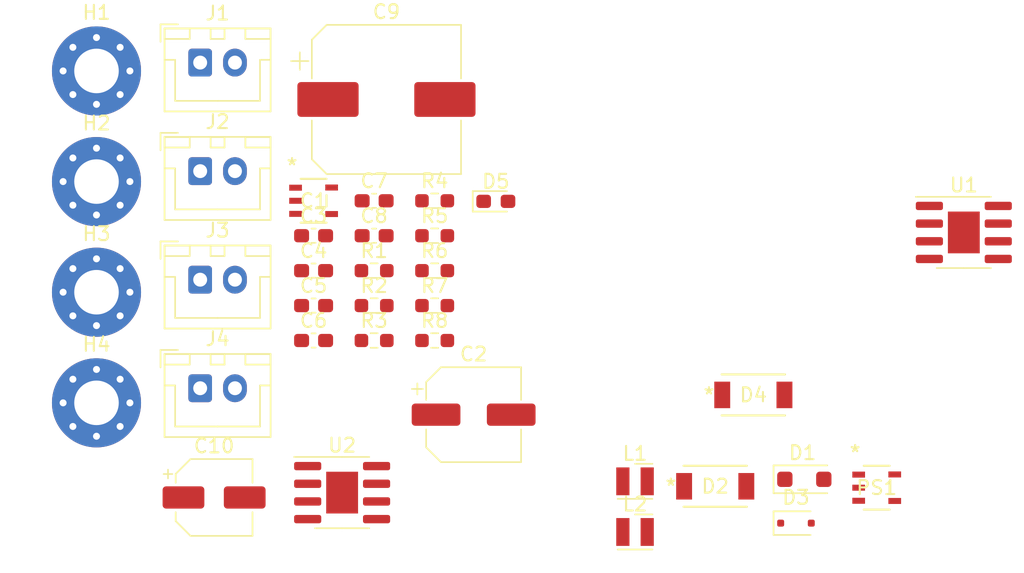
<source format=kicad_pcb>
(kicad_pcb (version 20221018) (generator pcbnew)
  (layers (0 "F.Cu" signal) (31 "B.Cu" signal) (34 "B.Paste" user) (35 "F.Paste" user) (36 "B.SilkS" user "B.Silkscreen") (37 "F.SilkS" user "F.Silkscreen") (38 "B.Mask" user) (39 "F.Mask" user) (44 "Edge.Cuts" user))
  (net 0 "")
  (net 1 "Net-(D3-K)")
  (net 2 "Net-(D3-A)")
  (net 3 "Routeur")
  (net 4 "Net-(U2-FB)")
  (net 5 "Net-(C8-Pad2)")
  (net 6 "Net-(U2-COMP)")
  (net 8 "GND")
  (net 9 "Net-(D2-A)")
  (net 10 "+5V")
  (net 11 "+15V")
  (net 12 "Net-(D1-K)")
  (net 13 "Net-(C4-Pad1)")
  (net 14 "+3.3V")
  (net 15 "Net-(D5-A)")
  (net 16 "Net-(U1-COMP)")
  (net 17 "Net-(U1-FB)")
  (net 18 "Net-(D4-A)")
  (footprint "Diode_SMD:D_SOD-323F" (layer "F.Cu") (at 155.4634 77.7945)
    (fp_text reference "D3" (at 0 -1.85) (layer "F.SilkS"))
    (fp_text value "1N4148")
    (fp_line (start -1.61 -0.85) (end -1.61 0.85) (stroke (width 0.12)) (layer "F.SilkS"))
    (fp_line (start -1.61 -0.85) (end 1.05 -0.85) (stroke (width 0.12)) (layer "F.SilkS"))
    (fp_line (start -1.61 0.85) (end 1.05 0.85) (stroke (width 0.12)) (layer "F.SilkS"))
    (pad "1" smd roundrect (at -1.1 0) (size 0.5 0.5) (layers "F.Cu" "F.Paste" "F.Mask") (net 1 "Net-(D3-K)"))
    (pad "2" smd roundrect (at 1.1 0) (size 0.5 0.5) (layers "F.Cu" "F.Paste" "F.Mask") (net 2 "Net-(D3-A)"))
  )
  (footprint "Package_SO:SOIC-8-1EP_3.9x4.9mm_P1.27mm_EP2.29x3mm" (layer "F.Cu") (at 167.525 56.905)
    (fp_text reference "U1" (at 0 -3.4) (layer "F.SilkS"))
    (fp_text value "MIC3172YM")
    (fp_line (start 0 -2.56) (end -3.45 -2.56) (stroke (width 0.12)) (layer "F.SilkS"))
    (fp_line (start 0 -2.56) (end 1.95 -2.56) (stroke (width 0.12)) (layer "F.SilkS"))
    (fp_line (start 0 2.56) (end -1.95 2.56) (stroke (width 0.12)) (layer "F.SilkS"))
    (fp_line (start 0 2.56) (end 1.95 2.56) (stroke (width 0.12)) (layer "F.SilkS"))
    (pad "1" smd roundrect (at -2.475 -1.905) (size 1.95 0.6) (layers "F.Cu" "F.Paste" "F.Mask") (net 8 "GND"))
    (pad "2" smd roundrect (at -2.475 -0.635) (size 1.95 0.6) (layers "F.Cu" "F.Paste" "F.Mask") (net 16 "Net-(U1-COMP)"))
    (pad "3" smd roundrect (at -2.475 0.635) (size 1.95 0.6) (layers "F.Cu" "F.Paste" "F.Mask") (net 17 "Net-(U1-FB)"))
    (pad "4" smd roundrect (at -2.475 1.905) (size 1.95 0.6) (layers "F.Cu" "F.Paste" "F.Mask") (net 12 "Net-(D1-K)"))
    (pad "5" smd roundrect (at 2.475 1.905) (size 1.95 0.6) (layers "F.Cu" "F.Paste" "F.Mask") (net 12 "Net-(D1-K)"))
    (pad "6" smd roundrect (at 2.475 0.635) (size 1.95 0.6) (layers "F.Cu" "F.Paste" "F.Mask") (net 8 "GND"))
    (pad "7" smd roundrect (at 2.475 -0.635) (size 1.95 0.6) (layers "F.Cu" "F.Paste" "F.Mask") (net 11 "+15V"))
    (pad "8" smd roundrect (at 2.475 -1.905) (size 1.95 0.6) (layers "F.Cu" "F.Paste" "F.Mask") (net 8 "GND"))
    (pad "9" smd rect (at 0 0) (size 2.29 3) (layers "F.Cu" "F.Mask"))
  )
  (footprint "Inductor_SMD_Wurth:L_Wurth_WE-LQSH-2512" (layer "F.Cu") (at 143.8984 74.7895)
    (fp_text reference "L1" (at 0 -2 unlocked) (layer "F.SilkS"))
    (fp_text value "100 µH")
    (fp_line (start -1.25 1.26) (end 1.25 1.26) (stroke (width 0.12)) (layer "F.SilkS"))
    (fp_line (start 0 -1.26) (end 1.25 -1.26) (stroke (width 0.12)) (layer "F.SilkS"))
    (pad "1" smd rect (at -0.875 0) (size 0.95 2) (layers "F.Cu" "F.Paste" "F.Mask") (net 8 "GND"))
    (pad "2" smd rect (at 0.875 0) (size 0.95 2) (layers "F.Cu" "F.Paste" "F.Mask") (net 10 "+5V"))
  )
  (footprint "Connector_JST:JST_XH_B2B-XH-A_1x02_P2.50mm_Vertical" (layer "F.Cu") (at 112.65 68.1)
    (fp_text reference "J4" (at 1.25 -3.55) (layer "F.SilkS"))
    (fp_text value "Conn_01x02")
    (fp_line (start -2.85 -2.75) (end -2.85 -1.5) (stroke (width 0.12)) (layer "F.SilkS"))
    (fp_line (start -2.56 -2.46) (end -2.56 3.51) (stroke (width 0.12)) (layer "F.SilkS"))
    (fp_line (start -2.56 3.51) (end 5.06 3.51) (stroke (width 0.12)) (layer "F.SilkS"))
    (fp_line (start -2.55 -2.45) (end -2.55 -1.7) (stroke (width 0.12)) (layer "F.SilkS"))
    (fp_line (start -2.55 -1.7) (end -0.75 -1.7) (stroke (width 0.12)) (layer "F.SilkS"))
    (fp_line (start -2.55 -0.2) (end -1.8 -0.2) (stroke (width 0.12)) (layer "F.SilkS"))
    (fp_line (start -1.8 -0.2) (end -1.8 2.75) (stroke (width 0.12)) (layer "F.SilkS"))
    (fp_line (start -1.8 2.75) (end 1.25 2.75) (stroke (width 0.12)) (layer "F.SilkS"))
    (fp_line (start -1.6 -2.75) (end -2.85 -2.75) (stroke (width 0.12)) (layer "F.SilkS"))
    (fp_line (start -0.75 -2.45) (end -2.55 -2.45) (stroke (width 0.12)) (layer "F.SilkS"))
    (fp_line (start -0.75 -1.7) (end -0.75 -2.45) (stroke (width 0.12)) (layer "F.SilkS"))
    (fp_line (start 0.75 -2.45) (end 0.75 -1.7) (stroke (width 0.12)) (layer "F.SilkS"))
    (fp_line (start 0.75 -1.7) (end 1.75 -1.7) (stroke (width 0.12)) (layer "F.SilkS"))
    (fp_line (start 1.75 -2.45) (end 0.75 -2.45) (stroke (width 0.12)) (layer "F.SilkS"))
    (fp_line (start 1.75 -1.7) (end 1.75 -2.45) (stroke (width 0.12)) (layer "F.SilkS"))
    (fp_line (start 3.25 -2.45) (end 3.25 -1.7) (stroke (width 0.12)) (layer "F.SilkS"))
    (fp_line (start 3.25 -1.7) (end 5.05 -1.7) (stroke (width 0.12)) (layer "F.SilkS"))
    (fp_line (start 4.3 -0.2) (end 4.3 2.75) (stroke (width 0.12)) (layer "F.SilkS"))
    (fp_line (start 4.3 2.75) (end 1.25 2.75) (stroke (width 0.12)) (layer "F.SilkS"))
    (fp_line (start 5.05 -2.45) (end 3.25 -2.45) (stroke (width 0.12)) (layer "F.SilkS"))
    (fp_line (start 5.05 -1.7) (end 5.05 -2.45) (stroke (width 0.12)) (layer "F.SilkS"))
    (fp_line (start 5.05 -0.2) (end 4.3 -0.2) (stroke (width 0.12)) (layer "F.SilkS"))
    (fp_line (start 5.06 -2.46) (end -2.56 -2.46) (stroke (width 0.12)) (layer "F.SilkS"))
    (fp_line (start 5.06 3.51) (end 5.06 -2.46) (stroke (width 0.12)) (layer "F.SilkS"))
    (pad "1" thru_hole roundrect (at 0 0) (size 1.7 2) (drill 1) (layers "*.Cu" "*.Mask") (roundrect_rratio 0.147059) (net 8 "GND"))
    (pad "2" thru_hole oval (at 2.5 0) (size 1.7 2) (drill 1) (layers "*.Cu" "*.Mask") (net 11 "+15V"))
  )
  (footprint "Capacitor_SMD:C_0603_1608Metric_Pad1.08x0.95mm_HandSolder" (layer "F.Cu") (at 125.15 57.14)
    (fp_text reference "C8" (at 0 -1.43) (layer "F.SilkS"))
    (fp_text value "1µF")
    (fp_line (start -0.146267 -0.51) (end 0.146267 -0.51) (stroke (width 0.12)) (layer "F.SilkS"))
    (fp_line (start -0.146267 0.51) (end 0.146267 0.51) (stroke (width 0.12)) (layer "F.SilkS"))
    (pad "1" smd roundrect (at -0.8625 0) (size 1.075 0.95) (layers "F.Cu" "F.Paste" "F.Mask") (net 8 "GND"))
    (pad "2" smd roundrect (at 0.8625 0) (size 1.075 0.95) (layers "F.Cu" "F.Paste" "F.Mask") (net 5 "Net-(C8-Pad2)"))
  )
  (footprint "Capacitor_SMD:C_0603_1608Metric_Pad1.08x0.95mm_HandSolder" (layer "F.Cu") (at 120.8 62.16)
    (fp_text reference "C5" (at 0 -1.43) (layer "F.SilkS"))
    (fp_text value "0.47u")
    (fp_line (start -0.146267 -0.51) (end 0.146267 -0.51) (stroke (width 0.12)) (layer "F.SilkS"))
    (fp_line (start -0.146267 0.51) (end 0.146267 0.51) (stroke (width 0.12)) (layer "F.SilkS"))
    (pad "1" smd roundrect (at -0.8625 0) (size 1.075 0.95) (layers "F.Cu" "F.Paste" "F.Mask") (net 14 "+3.3V"))
    (pad "2" smd roundrect (at 0.8625 0) (size 1.075 0.95) (layers "F.Cu" "F.Paste" "F.Mask") (net 8 "GND"))
  )
  (footprint "LED_SMD:LED_0603_1608Metric_Pad1.05x0.95mm_HandSolder" (layer "F.Cu") (at 133.895 54.67)
    (fp_text reference "D5" (at 0 -1.43) (layer "F.SilkS"))
    (fp_text value "LED")
    (fp_line (start -1.66 -0.735) (end -1.66 0.735) (stroke (width 0.12)) (layer "F.SilkS"))
    (fp_line (start -1.66 0.735) (end 0.8 0.735) (stroke (width 0.12)) (layer "F.SilkS"))
    (fp_line (start 0.8 -0.735) (end -1.66 -0.735) (stroke (width 0.12)) (layer "F.SilkS"))
    (pad "1" smd roundrect (at -0.875 0) (size 1.05 0.95) (layers "F.Cu" "F.Paste" "F.Mask") (net 8 "GND"))
    (pad "2" smd roundrect (at 0.875 0) (size 1.05 0.95) (layers "F.Cu" "F.Paste" "F.Mask") (net 15 "Net-(D5-A)"))
  )
  (footprint "Capacitor_SMD:CP_Elec_5x5.4" (layer "F.Cu") (at 113.65 75.95)
    (fp_text reference "C10" (at 0 -3.7) (layer "F.SilkS"))
    (fp_text value "22uF")
    (fp_line (start -3.625 -1.685) (end -3 -1.685) (stroke (width 0.12)) (layer "F.SilkS"))
    (fp_line (start -3.3125 -1.9975) (end -3.3125 -1.3725) (stroke (width 0.12)) (layer "F.SilkS"))
    (fp_line (start -2.76 -1.695563) (end -2.76 -1.06) (stroke (width 0.12)) (layer "F.SilkS"))
    (fp_line (start -2.76 -1.695563) (end -1.695563 -2.76) (stroke (width 0.12)) (layer "F.SilkS"))
    (fp_line (start -2.76 1.695563) (end -2.76 1.06) (stroke (width 0.12)) (layer "F.SilkS"))
    (fp_line (start -2.76 1.695563) (end -1.695563 2.76) (stroke (width 0.12)) (layer "F.SilkS"))
    (fp_line (start -1.695563 -2.76) (end 2.76 -2.76) (stroke (width 0.12)) (layer "F.SilkS"))
    (fp_line (start -1.695563 2.76) (end 2.76 2.76) (stroke (width 0.12)) (layer "F.SilkS"))
    (fp_line (start 2.76 -2.76) (end 2.76 -1.06) (stroke (width 0.12)) (layer "F.SilkS"))
    (fp_line (start 2.76 2.76) (end 2.76 1.06) (stroke (width 0.12)) (layer "F.SilkS"))
    (pad "1" smd roundrect (at -2.2 0) (size 3 1.6) (layers "F.Cu" "F.Paste" "F.Mask") (roundrect_rratio 0.15625) (net 11 "+15V"))
    (pad "2" smd roundrect (at 2.2 0) (size 3 1.6) (layers "F.Cu" "F.Paste" "F.Mask") (roundrect_rratio 0.15625) (net 3 "Routeur"))
  )
  (footprint "diode:SSOP5_ROM" (layer "F.Cu") (at 161.2646 75.2475)
    (fp_text reference "PS1" (at 0 0 unlocked) (layer "F.SilkS"))
    (fp_text value "BU33SD5WG-TR")
    (fp_text user "*" (at -1.5494 -2.5146) (layer "F.SilkS"))
    (fp_text user "*" (at -1.5494 -2.5146 unlocked) (layer "F.SilkS"))
    (fp_line (start -0.9271 1.5748) (end 0.9271 1.5748) (stroke (width 0.1524)) (layer "F.SilkS"))
    (fp_line (start 0.9271 -1.5748) (end -0.9271 -1.5748) (stroke (width 0.1524)) (layer "F.SilkS"))
    (fp_line (start 0.9271 0.40386) (end 0.9271 -0.40386) (stroke (width 0.1524)) (layer "F.SilkS"))
    (pad "1" smd rect (at -1.2954 -0.9398) (size 0.9144 0.4318) (layers "F.Cu" "F.Paste" "F.Mask") (net 10 "+5V"))
    (pad "2" smd rect (at -1.2954 0) (size 0.9144 0.4318) (layers "F.Cu" "F.Paste" "F.Mask") (net 8 "GND"))
    (pad "3" smd rect (at -1.2954 0.9398) (size 0.9144 0.4318) (layers "F.Cu" "F.Paste" "F.Mask") (net 10 "+5V"))
    (pad "4" smd rect (at 1.2954 0.9525) (size 0.9144 0.4318) (layers "F.Cu" "F.Paste" "F.Mask"))
    (pad "5" smd rect (at 1.2954 -0.9525) (size 0.9144 0.4318) (layers "F.Cu" "F.Paste" "F.Mask") (net 14 "+3.3V"))
  )
  (footprint "MountingHole:MountingHole_3.2mm_M3_Pad_Via" (layer "F.Cu") (at 105.2 69.15)
    (fp_text reference "H4" (at 0 -4.2) (layer "F.SilkS"))
    (fp_text value "MountingHole_Pad")
    (pad "1" thru_hole circle (at -2.4 0) (size 0.8 0.8) (drill 0.5) (layers "*.Cu" "*.Mask") (net 8 "GND"))
    (pad "1" thru_hole circle (at -1.697056 -1.697056) (size 0.8 0.8) (drill 0.5) (layers "*.Cu" "*.Mask") (net 8 "GND"))
    (pad "1" thru_hole circle (at -1.697056 1.697056) (size 0.8 0.8) (drill 0.5) (layers "*.Cu" "*.Mask") (net 8 "GND"))
    (pad "1" thru_hole circle (at 0 -2.4) (size 0.8 0.8) (drill 0.5) (layers "*.Cu" "*.Mask") (net 8 "GND"))
    (pad "1" thru_hole circle (at 0 0) (size 6.4 6.4) (drill 3.2) (layers "*.Cu" "*.Mask") (net 8 "GND"))
    (pad "1" thru_hole circle (at 0 2.4) (size 0.8 0.8) (drill 0.5) (layers "*.Cu" "*.Mask") (net 8 "GND"))
    (pad "1" thru_hole circle (at 1.697056 -1.697056) (size 0.8 0.8) (drill 0.5) (layers "*.Cu" "*.Mask") (net 8 "GND"))
    (pad "1" thru_hole circle (at 1.697056 1.697056) (size 0.8 0.8) (drill 0.5) (layers "*.Cu" "*.Mask") (net 8 "GND"))
    (pad "1" thru_hole circle (at 2.4 0) (size 0.8 0.8) (drill 0.5) (layers "*.Cu" "*.Mask") (net 8 "GND"))
  )
  (footprint "Capacitor_SMD:C_0603_1608Metric_Pad1.08x0.95mm_HandSolder" (layer "F.Cu") (at 120.8 64.67)
    (fp_text reference "C6" (at 0 -1.43) (layer "F.SilkS"))
    (fp_text value "1 µF")
    (fp_line (start -0.146267 -0.51) (end 0.146267 -0.51) (stroke (width 0.12)) (layer "F.SilkS"))
    (fp_line (start -0.146267 0.51) (end 0.146267 0.51) (stroke (width 0.12)) (layer "F.SilkS"))
    (pad "1" smd roundrect (at -0.8625 0) (size 1.075 0.95) (layers "F.Cu" "F.Paste" "F.Mask") (net 1 "Net-(D3-K)"))
    (pad "2" smd roundrect (at 0.8625 0) (size 1.075 0.95) (layers "F.Cu" "F.Paste" "F.Mask") (net 8 "GND"))
  )
  (footprint "Capacitor_SMD:C_0603_1608Metric_Pad1.08x0.95mm_HandSolder" (layer "F.Cu") (at 120.8 59.65)
    (fp_text reference "C4" (at 0 -1.43) (layer "F.SilkS"))
    (fp_text value "1 µF")
    (fp_line (start -0.146267 -0.51) (end 0.146267 -0.51) (stroke (width 0.12)) (layer "F.SilkS"))
    (fp_line (start -0.146267 0.51) (end 0.146267 0.51) (stroke (width 0.12)) (layer "F.SilkS"))
    (pad "1" smd roundrect (at -0.8625 0) (size 1.075 0.95) (layers "F.Cu" "F.Paste" "F.Mask") (net 13 "Net-(C4-Pad1)"))
    (pad "2" smd roundrect (at 0.8625 0) (size 1.075 0.95) (layers "F.Cu" "F.Paste" "F.Mask") (net 8 "GND"))
  )
  (footprint "Capacitor_SMD:CP_Elec_10x10.5" (layer "F.Cu") (at 126.035 47.35)
    (fp_text reference "C9" (at 0 -6.3) (layer "F.SilkS"))
    (fp_text value "470uF")
    (fp_line (start -6.85 -2.76) (end -5.6 -2.76) (stroke (width 0.12)) (layer "F.SilkS"))
    (fp_line (start -6.225 -3.385) (end -6.225 -2.135) (stroke (width 0.12)) (layer "F.SilkS"))
    (fp_line (start -5.36 -4.295563) (end -5.36 -1.51) (stroke (width 0.12)) (layer "F.SilkS"))
    (fp_line (start -5.36 -4.295563) (end -4.295563 -5.36) (stroke (width 0.12)) (layer "F.SilkS"))
    (fp_line (start -5.36 4.295563) (end -5.36 1.51) (stroke (width 0.12)) (layer "F.SilkS"))
    (fp_line (start -5.36 4.295563) (end -4.295563 5.36) (stroke (width 0.12)) (layer "F.SilkS"))
    (fp_line (start -4.295563 -5.36) (end 5.36 -5.36) (stroke (width 0.12)) (layer "F.SilkS"))
    (fp_line (start -4.295563 5.36) (end 5.36 5.36) (stroke (width 0.12)) (layer "F.SilkS"))
    (fp_line (start 5.36 -5.36) (end 5.36 -1.51) (stroke (width 0.12)) (layer "F.SilkS"))
    (fp_line (start 5.36 5.36) (end 5.36 1.51) (stroke (width 0.12)) (layer "F.SilkS"))
    (pad "1" smd roundrect (at -4.2 0) (size 4.4 2.5) (layers "F.Cu" "F.Paste" "F.Mask") (roundrect_rratio 0.1) (net 4 "Net-(U2-FB)"))
    (pad "2" smd roundrect (at 4.2 0) (size 4.4 2.5) (layers "F.Cu" "F.Paste" "F.Mask") (roundrect_rratio 0.1) (net 8 "GND"))
  )
  (footprint "Capacitor_SMD:C_0603_1608Metric_Pad1.08x0.95mm_HandSolder" (layer "F.Cu") (at 125.15 54.63)
    (fp_text reference "C7" (at 0 -1.43) (layer "F.SilkS"))
    (fp_text value "330uF")
    (fp_line (start -0.146267 -0.51) (end 0.146267 -0.51) (stroke (width 0.12)) (layer "F.SilkS"))
    (fp_line (start -0.146267 0.51) (end 0.146267 0.51) (stroke (width 0.12)) (layer "F.SilkS"))
    (pad "1" smd roundrect (at -0.8625 0) (size 1.075 0.95) (layers "F.Cu" "F.Paste" "F.Mask") (net 10 "+5V"))
    (pad "2" smd roundrect (at 0.8625 0) (size 1.075 0.95) (layers "F.Cu" "F.Paste" "F.Mask") (net 9 "Net-(D2-A)"))
  )
  (footprint "Connector_JST:JST_XH_B2B-XH-A_1x02_P2.50mm_Vertical" (layer "F.Cu") (at 112.65 60.3)
    (fp_text reference "J3" (at 1.25 -3.55) (layer "F.SilkS"))
    (fp_text value "Conn_01x02")
    (fp_line (start -2.85 -2.75) (end -2.85 -1.5) (stroke (width 0.12)) (layer "F.SilkS"))
    (fp_line (start -2.56 -2.46) (end -2.56 3.51) (stroke (width 0.12)) (layer "F.SilkS"))
    (fp_line (start -2.56 3.51) (end 5.06 3.51) (stroke (width 0.12)) (layer "F.SilkS"))
    (fp_line (start -2.55 -2.45) (end -2.55 -1.7) (stroke (width 0.12)) (layer "F.SilkS"))
    (fp_line (start -2.55 -1.7) (end -0.75 -1.7) (stroke (width 0.12)) (layer "F.SilkS"))
    (fp_line (start -2.55 -0.2) (end -1.8 -0.2) (stroke (width 0.12)) (layer "F.SilkS"))
    (fp_line (start -1.8 -0.2) (end -1.8 2.75) (stroke (width 0.12)) (layer "F.SilkS"))
    (fp_line (start -1.8 2.75) (end 1.25 2.75) (stroke (width 0.12)) (layer "F.SilkS"))
    (fp_line (start -1.6 -2.75) (end -2.85 -2.75) (stroke (width 0.12)) (layer "F.SilkS"))
    (fp_line (start -0.75 -2.45) (end -2.55 -2.45) (stroke (width 0.12)) (layer "F.SilkS"))
    (fp_line (start -0.75 -1.7) (end -0.75 -2.45) (stroke (width 0.12)) (layer "F.SilkS"))
    (fp_line (start 0.75 -2.45) (end 0.75 -1.7) (stroke (width 0.12)) (layer "F.SilkS"))
    (fp_line (start 0.75 -1.7) (end 1.75 -1.7) (stroke (width 0.12)) (layer "F.SilkS"))
    (fp_line (start 1.75 -2.45) (end 0.75 -2.45) (stroke (width 0.12)) (layer "F.SilkS"))
    (fp_line (start 1.75 -1.7) (end 1.75 -2.45) (stroke (width 0.12)) (layer "F.SilkS"))
    (fp_line (start 3.25 -2.45) (end 3.25 -1.7) (stroke (width 0.12)) (layer "F.SilkS"))
    (fp_line (start 3.25 -1.7) (end 5.05 -1.7) (stroke (width 0.12)) (layer "F.SilkS"))
    (fp_line (start 4.3 -0.2) (end 4.3 2.75) (stroke (width 0.12)) (layer "F.SilkS"))
    (fp_line (start 4.3 2.75) (end 1.25 2.75) (stroke (width 0.12)) (layer "F.SilkS"))
    (fp_line (start 5.05 -2.45) (end 3.25 -2.45) (stroke (width 0.12)) (layer "F.SilkS"))
    (fp_line (start 5.05 -1.7) (end 5.05 -2.45) (stroke (width 0.12)) (layer "F.SilkS"))
    (fp_line (start 5.05 -0.2) (end 4.3 -0.2) (stroke (width 0.12)) (layer "F.SilkS"))
    (fp_line (start 5.06 -2.46) (end -2.56 -2.46) (stroke (width 0.12)) (layer "F.SilkS"))
    (fp_line (start 5.06 3.51) (end 5.06 -2.46) (stroke (width 0.12)) (layer "F.SilkS"))
    (pad "1" thru_hole roundrect (at 0 0) (size 1.7 2) (drill 1) (layers "*.Cu" "*.Mask") (roundrect_rratio 0.147059) (net 8 "GND"))
    (pad "2" thru_hole oval (at 2.5 0) (size 1.7 2) (drill 1) (layers "*.Cu" "*.Mask") (net 10 "+5V"))
  )
  (footprint "Resistor_SMD:R_0603_1608Metric_Pad0.98x0.95mm_HandSolder" (layer "F.Cu") (at 125.15 62.16)
    (fp_text reference "R2" (at 0 -1.43) (layer "F.SilkS"))
    (fp_text value "1.2 k")
    (fp_line (start -0.254724 -0.5225) (end 0.254724 -0.5225) (stroke (width 0.12)) (layer "F.SilkS"))
    (fp_line (start -0.254724 0.5225) (end 0.254724 0.5225) (stroke (width 0.12)) (layer "F.SilkS"))
    (pad "1" smd roundrect (at -0.9125 0) (size 0.975 0.95) (layers "F.Cu" "F.Paste" "F.Mask") (net 17 "Net-(U1-FB)"))
    (pad "2" smd roundrect (at 0.9125 0) (size 0.975 0.95) (layers "F.Cu" "F.Paste" "F.Mask") (net 8 "GND"))
  )
  (footprint "Resistor_SMD:R_0603_1608Metric_Pad0.98x0.95mm_HandSolder" (layer "F.Cu") (at 125.15 64.67)
    (fp_text reference "R3" (at 0 -1.43) (layer "F.SilkS"))
    (fp_text value "3.7k")
    (fp_line (start -0.254724 -0.5225) (end 0.254724 -0.5225) (stroke (width 0.12)) (layer "F.SilkS"))
    (fp_line (start -0.254724 0.5225) (end 0.254724 0.5225) (stroke (width 0.12)) (layer "F.SilkS"))
    (pad "1" smd roundrect (at -0.9125 0) (size 0.975 0.95) (layers "F.Cu" "F.Paste" "F.Mask") (net 17 "Net-(U1-FB)"))
    (pad "2" smd roundrect (at 0.9125 0) (size 0.975 0.95) (layers "F.Cu" "F.Paste" "F.Mask") (net 1 "Net-(D3-K)"))
  )
  (footprint "MountingHole:MountingHole_3.2mm_M3_Pad_Via" (layer "F.Cu") (at 105.2 45.3)
    (fp_text reference "H1" (at 0 -4.2) (layer "F.SilkS"))
    (fp_text value "MountingHole_Pad")
    (pad "1" thru_hole circle (at -2.4 0) (size 0.8 0.8) (drill 0.5) (layers "*.Cu" "*.Mask") (net 8 "GND"))
    (pad "1" thru_hole circle (at -1.697056 -1.697056) (size 0.8 0.8) (drill 0.5) (layers "*.Cu" "*.Mask") (net 8 "GND"))
    (pad "1" thru_hole circle (at -1.697056 1.697056) (size 0.8 0.8) (drill 0.5) (layers "*.Cu" "*.Mask") (net 8 "GND"))
    (pad "1" thru_hole circle (at 0 -2.4) (size 0.8 0.8) (drill 0.5) (layers "*.Cu" "*.Mask") (net 8 "GND"))
    (pad "1" thru_hole circle (at 0 0) (size 6.4 6.4) (drill 3.2) (layers "*.Cu" "*.Mask") (net 8 "GND"))
    (pad "1" thru_hole circle (at 0 2.4) (size 0.8 0.8) (drill 0.5) (layers "*.Cu" "*.Mask") (net 8 "GND"))
    (pad "1" thru_hole circle (at 1.697056 -1.697056) (size 0.8 0.8) (drill 0.5) (layers "*.Cu" "*.Mask") (net 8 "GND"))
    (pad "1" thru_hole circle (at 1.697056 1.697056) (size 0.8 0.8) (drill 0.5) (layers "*.Cu" "*.Mask") (net 8 "GND"))
    (pad "1" thru_hole circle (at 2.4 0) (size 0.8 0.8) (drill 0.5) (layers "*.Cu" "*.Mask") (net 8 "GND"))
  )
  (footprint "Footprints_Balise:DO-214AD_ONS" (layer "F.Cu") (at 149.6603 75.1459)
    (fp_text reference "D2" (at 0 0 unlocked) (layer "F.SilkS"))
    (fp_text value "FSV330AF")
    (fp_text user "*" (at -3.1877 0) (layer "F.SilkS"))
    (fp_text user "*" (at -3.1877 0 unlocked) (layer "F.SilkS"))
    (fp_line (start -2.2733 1.4732) (end 2.2733 1.4732) (stroke (width 0.1524)) (layer "F.SilkS"))
    (fp_line (start 2.2733 -1.4732) (end -2.2733 -1.4732) (stroke (width 0.1524)) (layer "F.SilkS"))
    (pad "1" smd rect (at -2.2352 0) (size 1.143 1.905) (layers "F.Cu" "F.Paste" "F.Mask") (net 8 "GND"))
    (pad "2" smd rect (at 2.2352 0) (size 1.143 1.905) (layers "F.Cu" "F.Paste" "F.Mask") (net 9 "Net-(D2-A)"))
  )
  (footprint "Connector_JST:JST_XH_B2B-XH-A_1x02_P2.50mm_Vertical" (layer "F.Cu") (at 112.65 44.7)
    (fp_text reference "J1" (at 1.25 -3.55) (layer "F.SilkS"))
    (fp_text value "Conn_01x02")
    (fp_line (start -2.85 -2.75) (end -2.85 -1.5) (stroke (width 0.12)) (layer "F.SilkS"))
    (fp_line (start -2.56 -2.46) (end -2.56 3.51) (stroke (width 0.12)) (layer "F.SilkS"))
    (fp_line (start -2.56 3.51) (end 5.06 3.51) (stroke (width 0.12)) (layer "F.SilkS"))
    (fp_line (start -2.55 -2.45) (end -2.55 -1.7) (stroke (width 0.12)) (layer "F.SilkS"))
    (fp_line (start -2.55 -1.7) (end -0.75 -1.7) (stroke (width 0.12)) (layer "F.SilkS"))
    (fp_line (start -2.55 -0.2) (end -1.8 -0.2) (stroke (width 0.12)) (layer "F.SilkS"))
    (fp_line (start -1.8 -0.2) (end -1.8 2.75) (stroke (width 0.12)) (layer "F.SilkS"))
    (fp_line (start -1.8 2.75) (end 1.25 2.75) (stroke (width 0.12)) (layer "F.SilkS"))
    (fp_line (start -1.6 -2.75) (end -2.85 -2.75) (stroke (width 0.12)) (layer "F.SilkS"))
    (fp_line (start -0.75 -2.45) (end -2.55 -2.45) (stroke (width 0.12)) (layer "F.SilkS"))
    (fp_line (start -0.75 -1.7) (end -0.75 -2.45) (stroke (width 0.12)) (layer "F.SilkS"))
    (fp_line (start 0.75 -2.45) (end 0.75 -1.7) (stroke (width 0.12)) (layer "F.SilkS"))
    (fp_line (start 0.75 -1.7) (end 1.75 -1.7) (stroke (width 0.12)) (layer "F.SilkS"))
    (fp_line (start 1.75 -2.45) (end 0.75 -2.45) (stroke (width 0.12)) (layer "F.SilkS"))
    (fp_line (start 1.75 -1.7) (end 1.75 -2.45) (stroke (width 0.12)) (layer "F.SilkS"))
    (fp_line (start 3.25 -2.45) (end 3.25 -1.7) (stroke (width 0.12)) (layer "F.SilkS"))
    (fp_line (start 3.25 -1.7) (end 5.05 -1.7) (stroke (width 0.12)) (layer "F.SilkS"))
    (fp_line (start 4.3 -0.2) (end 4.3 2.75) (stroke (width 0.12)) (layer "F.SilkS"))
    (fp_line (start 4.3 2.75) (end 1.25 2.75) (stroke (width 0.12)) (layer "F.SilkS"))
    (fp_line (start 5.05 -2.45) (end 3.25 -2.45) (stroke (width 0.12)) (layer "F.SilkS"))
    (fp_line (start 5.05 -1.7) (end 5.05 -2.45) (stroke (width 0.12)) (layer "F.SilkS"))
    (fp_line (start 5.05 -0.2) (end 4.3 -0.2) (stroke (width 0.12)) (layer "F.SilkS"))
    (fp_line (start 5.06 -2.46) (end -2.56 -2.46) (stroke (width 0.12)) (layer "F.SilkS"))
    (fp_line (start 5.06 3.51) (end 5.06 -2.46) (stroke (width 0.12)) (layer "F.SilkS"))
    (pad "1" thru_hole roundrect (at 0 0) (size 1.7 2) (drill 1) (layers "*.Cu" "*.Mask") (roundrect_rratio 0.147059) (net 8 "GND"))
    (pad "2" thru_hole oval (at 2.5 0) (size 1.7 2) (drill 1) (layers "*.Cu" "*.Mask") (net 14 "+3.3V"))
  )
  (footprint "Capacitor_SMD:C_0603_1608Metric_Pad1.08x0.95mm_HandSolder" (layer "F.Cu") (at 120.8 57.14)
    (fp_text reference "C3" (at 0 -1.43) (layer "F.SilkS"))
    (fp_text value "2.2 µF")
    (fp_line (start -0.146267 -0.51) (end 0.146267 -0.51) (stroke (width 0.12)) (layer "F.SilkS"))
    (fp_line (start -0.146267 0.51) (end 0.146267 0.51) (stroke (width 0.12)) (layer "F.SilkS"))
    (pad "1" smd roundrect (at -0.8625 0) (size 1.075 0.95) (layers "F.Cu" "F.Paste" "F.Mask") (net 12 "Net-(D1-K)"))
    (pad "2" smd roundrect (at 0.8625 0) (size 1.075 0.95) (layers "F.Cu" "F.Paste" "F.Mask") (net 8 "GND"))
  )
  (footprint "Capacitor_SMD:CP_Elec_6.3x7.7" (layer "F.Cu") (at 132.3 70)
    (fp_text reference "C2" (at 0 -4.35) (layer "F.SilkS"))
    (fp_text value "100uF")
    (fp_line (start -4.4375 -1.8475) (end -3.65 -1.8475) (stroke (width 0.12)) (layer "F.SilkS"))
    (fp_line (start -4.04375 -2.24125) (end -4.04375 -1.45375) (stroke (width 0.12)) (layer "F.SilkS"))
    (fp_line (start -3.41 -2.345563) (end -3.41 -1.06) (stroke (width 0.12)) (layer "F.SilkS"))
    (fp_line (start -3.41 -2.345563) (end -2.345563 -3.41) (stroke (width 0.12)) (layer "F.SilkS"))
    (fp_line (start -3.41 2.345563) (end -3.41 1.06) (stroke (width 0.12)) (layer "F.SilkS"))
    (fp_line (start -3.41 2.345563) (end -2.345563 3.41) (stroke (width 0.12)) (layer "F.SilkS"))
    (fp_line (start -2.345563 -3.41) (end 3.41 -3.41) (stroke (width 0.12)) (layer "F.SilkS"))
    (fp_line (start -2.345563 3.41) (end 3.41 3.41) (stroke (width 0.12)) (layer "F.SilkS"))
    (fp_line (start 3.41 -3.41) (end 3.41 -1.06) (stroke (width 0.12)) (layer "F.SilkS"))
    (fp_line (start 3.41 3.41) (end 3.41 1.06) (stroke (width 0.12)) (layer "F.SilkS"))
    (pad "1" smd roundrect (at -2.7 0) (size 3.5 1.6) (layers "F.Cu" "F.Paste" "F.Mask") (roundrect_rratio 0.15625) (net 11 "+15V"))
    (pad "2" smd roundrect (at 2.7 0) (size 3.5 1.6) (layers "F.Cu" "F.Paste" "F.Mask") (roundrect_rratio 0.15625) (net 9 "Net-(D2-A)"))
  )
  (footprint "Diode_SMD:D_SOD-123F" (layer "F.Cu") (at 156.0634 74.6445)
    (fp_text reference "D1" (at -0.127 -1.905) (layer "F.SilkS"))
    (fp_text value "1N4148")
    (fp_line (start -2.21 -1) (end -2.21 1) (stroke (width 0.12)) (layer "F.SilkS"))
    (fp_line (start -2.21 -1) (end 1.65 -1) (stroke (width 0.12)) (layer "F.SilkS"))
    (fp_line (start -2.21 1) (end 1.65 1) (stroke (width 0.12)) (layer "F.SilkS"))
    (pad "1" smd roundrect (at -1.4 0) (size 1.1 1.1) (layers "F.Cu" "F.Paste" "F.Mask") (roundrect_rratio 0.2272727273) (net 12 "Net-(D1-K)"))
    (pad "2" smd roundrect (at 1.4 0) (size 1.1 1.1) (layers "F.Cu" "F.Paste" "F.Mask") (roundrect_rratio 0.2272727273) (net 11 "+15V"))
  )
  (footprint "Package_SO:SOIC-8-1EP_3.9x4.9mm_P1.27mm_EP2.29x3mm" (layer "F.Cu") (at 122.85 75.6)
    (fp_text reference "U2" (at 0 -3.4) (layer "F.SilkS"))
    (fp_text value "MIC3172YM")
    (fp_line (start 0 -2.56) (end -3.45 -2.56) (stroke (width 0.12)) (layer "F.SilkS"))
    (fp_line (start 0 -2.56) (end 1.95 -2.56) (stroke (width 0.12)) (layer "F.SilkS"))
    (fp_line (start 0 2.56) (end -1.95 2.56) (stroke (width 0.12)) (layer "F.SilkS"))
    (fp_line (start 0 2.56) (end 1.95 2.56) (stroke (width 0.12)) (layer "F.SilkS"))
    (pad "1" smd roundrect (at -2.475 -1.905) (size 1.95 0.6) (layers "F.Cu" "F.Paste" "F.Mask") (net 8 "GND"))
    (pad "2" smd roundrect (at -2.475 -0.635) (size 1.95 0.6) (layers "F.Cu" "F.Paste" "F.Mask") (net 6 "Net-(U2-COMP)"))
    (pad "3" smd roundrect (at -2.475 0.635) (size 1.95 0.6) (layers "F.Cu" "F.Paste" "F.Mask") (net 4 "Net-(U2-FB)"))
    (pad "4" smd roundrect (at -2.475 1.905) (size 1.95 0.6) (layers "F.Cu" "F.Paste" "F.Mask"))
    (pad "5" smd roundrect (at 2.475 1.905) (size 1.95 0.6) (layers "F.Cu" "F.Paste" "F.Mask") (net 11 "+15V"))
    (pad "6" smd roundrect (at 2.475 0.635) (size 1.95 0.6) (layers "F.Cu" "F.Paste" "F.Mask") (net 8 "GND"))
    (pad "7" smd roundrect (at 2.475 -0.635) (size 1.95 0.6) (layers "F.Cu" "F.Paste" "F.Mask") (net 18 "Net-(D4-A)"))
    (pad "8" smd roundrect (at 2.475 -1.905) (size 1.95 0.6) (layers "F.Cu" "F.Paste" "F.Mask") (net 8 "GND"))
    (pad "9" smd rect (at 0 0) (size 2.29 3) (layers "F.Cu" "F.Mask"))
  )
  (footprint "Resistor_SMD:R_0603_1608Metric_Pad0.98x0.95mm_HandSolder" (layer "F.Cu") (at 129.5 54.63)
    (fp_text reference "R4" (at 0 -1.43) (layer "F.SilkS"))
    (fp_text value "10Ω")
    (fp_line (start -0.254724 -0.5225) (end 0.254724 -0.5225) (stroke (width 0.12)) (layer "F.SilkS"))
    (fp_line (start -0.254724 0.5225) (end 0.254724 0.5225) (stroke (width 0.12)) (layer "F.SilkS"))
    (pad "1" smd roundrect (at -0.9125 0) (size 0.975 0.95) (layers "F.Cu" "F.Paste" "F.Mask") (net 2 "Net-(D3-A)"))
    (pad "2" smd roundrect (at 0.9125 0) (size 0.975 0.95) (layers "F.Cu" "F.Paste" "F.Mask") (net 10 "+5V"))
  )
  (footprint "Resistor_SMD:R_0603_1608Metric_Pad0.98x0.95mm_HandSolder" (layer "F.Cu") (at 129.5 59.65)
    (fp_text reference "R6" (at 0 -1.43) (layer "F.SilkS"))
    (fp_text value "10.7")
    (fp_line (start -0.254724 -0.5225) (end 0.254724 -0.5225) (stroke (width 0.12)) (layer "F.SilkS"))
    (fp_line (start -0.254724 0.5225) (end 0.254724 0.5225) (stroke (width 0.12)) (layer "F.SilkS"))
    (pad "1" smd roundrect (at -0.9125 0) (size 0.975 0.95) (layers "F.Cu" "F.Paste" "F.Mask") (net 3 "Routeur"))
    (pad "2" smd roundrect (at 0.9125 0) (size 0.975 0.95) (layers "F.Cu" "F.Paste" "F.Mask") (net 4 "Net-(U2-FB)"))
  )
  (footprint "MountingHole:MountingHole_3.2mm_M3_Pad_Via" (layer "F.Cu") (at 105.2 53.25)
    (fp_text reference "H2" (at 0 -4.2) (layer "F.SilkS"))
    (fp_text value "MountingHole_Pad")
    (pad "1" thru_hole circle (at -2.4 0) (size 0.8 0.8) (drill 0.5) (layers "*.Cu" "*.Mask") (net 8 "GND"))
    (pad "1" thru_hole circle (at -1.697056 -1.697056) (size 0.8 0.8) (drill 0.5) (layers "*.Cu" "*.Mask") (net 8 "GND"))
    (pad "1" thru_hole circle (at -1.697056 1.697056) (size 0.8 0.8) (drill 0.5) (layers "*.Cu" "*.Mask") (net 8 "GND"))
    (pad "1" thru_hole circle (at 0 -2.4) (size 0.8 0.8) (drill 0.5) (layers "*.Cu" "*.Mask") (net 8 "GND"))
    (pad "1" thru_hole circle (at 0 0) (size 6.4 6.4) (drill 3.2) (layers "*.Cu" "*.Mask") (net 8 "GND"))
    (pad "1" thru_hole circle (at 0 2.4) (size 0.8 0.8) (drill 0.5) (layers "*.Cu" "*.Mask") (net 8 "GND"))
    (pad "1" thru_hole circle (at 1.697056 -1.697056) (size 0.8 0.8) (drill 0.5) (layers "*.Cu" "*.Mask") (net 8 "GND"))
    (pad "1" thru_hole circle (at 1.697056 1.697056) (size 0.8 0.8) (drill 0.5) (layers "*.Cu" "*.Mask") (net 8 "GND"))
    (pad "1" thru_hole circle (at 2.4 0) (size 0.8 0.8) (drill 0.5) (layers "*.Cu" "*.Mask") (net 8 "GND"))
  )
  (footprint "Resistor_SMD:R_0603_1608Metric_Pad0.98x0.95mm_HandSolder" (layer "F.Cu") (at 129.5 57.14)
    (fp_text reference "R5" (at 0 -1.43) (layer "F.SilkS"))
    (fp_text value "1k")
    (fp_line (start -0.254724 -0.5225) (end 0.254724 -0.5225) (stroke (width 0.12)) (layer "F.SilkS"))
    (fp_line (start -0.254724 0.5225) (end 0.254724 0.5225) (stroke (width 0.12)) (layer "F.SilkS"))
    (pad "1" smd roundrect (at -0.9125 0) (size 0.975 0.95) (layers "F.Cu" "F.Paste" "F.Mask") (net 6 "Net-(U2-COMP)"))
    (pad "2" smd roundrect (at 0.9125 0) (size 0.975 0.95) (layers "F.Cu" "F.Paste" "F.Mask") (net 5 "Net-(C8-Pad2)"))
  )
  (footprint "Footprints_Balise:DO-214AD_ONS" (layer "F.Cu") (at 152.4 68.58)
    (fp_text reference "D4" (at 0 0 unlocked) (layer "F.SilkS"))
    (fp_text value "FSV330AF")
    (fp_text user "*" (at -3.1877 0 unlocked) (layer "F.SilkS"))
    (fp_text user "*" (at -3.1877 0) (layer "F.SilkS"))
    (fp_line (start -2.2733 1.4732) (end 2.2733 1.4732) (stroke (width 0.1524)) (layer "F.SilkS"))
    (fp_line (start 2.2733 -1.4732) (end -2.2733 -1.4732) (stroke (width 0.1524)) (layer "F.SilkS"))
    (pad "1" smd rect (at -2.2352 0) (size 1.143 1.905) (layers "F.Cu" "F.Paste" "F.Mask") (net 3 "Routeur"))
    (pad "2" smd rect (at 2.2352 0) (size 1.143 1.905) (layers "F.Cu" "F.Paste" "F.Mask") (net 18 "Net-(D4-A)"))
  )
  (footprint "Inductor_SMD_Wurth:L_Wurth_WE-LQSH-2512" (layer "F.Cu") (at 143.8984 78.4295)
    (fp_text reference "L2" (at 0 -2 unlocked) (layer "F.SilkS"))
    (fp_text value "120 µH")
    (fp_line (start -1.25 1.26) (end 1.25 1.26) (stroke (width 0.12)) (layer "F.SilkS"))
    (fp_line (start 0 -1.26) (end 1.25 -1.26) (stroke (width 0.12)) (layer "F.SilkS"))
    (pad "1" smd rect (at -0.875 0) (size 0.95 2) (layers "F.Cu" "F.Paste" "F.Mask") (net 11 "+15V"))
    (pad "2" smd rect (at 0.875 0) (size 0.95 2) (layers "F.Cu" "F.Paste" "F.Mask") (net 18 "Net-(D4-A)"))
  )
  (footprint "Resistor_SMD:R_0603_1608Metric_Pad0.98x0.95mm_HandSolder" (layer "F.Cu") (at 129.5 62.16)
    (fp_text reference "R7" (at 0 -1.43) (layer "F.SilkS"))
    (fp_text value "1.24k")
    (fp_line (start -0.254724 -0.5225) (end 0.254724 -0.5225) (stroke (width 0.12)) (layer "F.SilkS"))
    (fp_line (start -0.254724 0.5225) (end 0.254724 0.5225) (stroke (width 0.12)) (layer "F.SilkS"))
    (pad "1" smd roundrect (at -0.9125 0) (size 0.975 0.95) (layers "F.Cu" "F.Paste" "F.Mask") (net 4 "Net-(U2-FB)"))
    (pad "2" smd roundrect (at 0.9125 0) (size 0.975 0.95) (layers "F.Cu" "F.Paste" "F.Mask") (net 8 "GND"))
  )
  (footprint "diode:SSOP5_ROM" (layer "F.Cu") (at 120.8 54.63)
    (fp_text reference "C1" (at 0 0 unlocked) (layer "F.SilkS"))
    (fp_text value "0.47u")
    (fp_text user "*" (at -1.5494 -2.5146 unlocked) (layer "F.SilkS"))
    (fp_text user "*" (at -1.5494 -2.5146) (layer "F.SilkS"))
    (fp_line (start -0.9271 1.5748) (end 0.9271 1.5748) (stroke (width 0.1524)) (layer "F.SilkS"))
    (fp_line (start 0.9271 -1.5748) (end -0.9271 -1.5748) (stroke (width 0.1524)) (layer "F.SilkS"))
    (fp_line (start 0.9271 0.40386) (end 0.9271 -0.40386) (stroke (width 0.1524)) (layer "F.SilkS"))
    (pad "1" smd rect (at -1.2954 -0.9398) (size 0.9144 0.4318) (layers "F.Cu" "F.Paste" "F.Mask") (net 10 "+5V"))
    (pad "2" smd rect (at -1.2954 0) (size 0.9144 0.4318) (layers "F.Cu" "F.Paste" "F.Mask") (net 8 "GND"))
    (pad "3" smd rect (at -1.2954 0.9398) (size 0.9144 0.4318) (layers "F.Cu" "F.Paste" "F.Mask"))
    (pad "4" smd rect (at 1.2954 0.9525) (size 0.9144 0.4318) (layers "F.Cu" "F.Paste" "F.Mask"))
    (pad "5" smd rect (at 1.2954 -0.9525) (size 0.9144 0.4318) (layers "F.Cu" "F.Paste" "F.Mask"))
  )
  (footprint "MountingHole:MountingHole_3.2mm_M3_Pad_Via" (layer "F.Cu") (at 105.2 61.2)
    (fp_text reference "H3" (at 0 -4.2) (layer "F.SilkS"))
    (fp_text value "MountingHole_Pad")
    (pad "1" thru_hole circle (at -2.4 0) (size 0.8 0.8) (drill 0.5) (layers "*.Cu" "*.Mask") (net 8 "GND"))
    (pad "1" thru_hole circle (at -1.697056 -1.697056) (size 0.8 0.8) (drill 0.5) (layers "*.Cu" "*.Mask") (net 8 "GND"))
    (pad "1" thru_hole circle (at -1.697056 1.697056) (size 0.8 0.8) (drill 0.5) (layers "*.Cu" "*.Mask") (net 8 "GND"))
    (pad "1" thru_hole circle (at 0 -2.4) (size 0.8 0.8) (drill 0.5) (layers "*.Cu" "*.Mask") (net 8 "GND"))
    (pad "1" thru_hole circle (at 0 0) (size 6.4 6.4) (drill 3.2) (layers "*.Cu" "*.Mask") (net 8 "GND"))
    (pad "1" thru_hole circle (at 0 2.4) (size 0.8 0.8) (drill 0.5) (layers "*.Cu" "*.Mask") (net 8 "GND"))
    (pad "1" thru_hole circle (at 1.697056 -1.697056) (size 0.8 0.8) (drill 0.5) (layers "*.Cu" "*.Mask") (net 8 "GND"))
    (pad "1" thru_hole circle (at 1.697056 1.697056) (size 0.8 0.8) (drill 0.5) (layers "*.Cu" "*.Mask") (net 8 "GND"))
    (pad "1" thru_hole circle (at 2.4 0) (size 0.8 0.8) (drill 0.5) (layers "*.Cu" "*.Mask") (net 8 "GND"))
  )
  (footprint "Resistor_SMD:R_0603_1608Metric_Pad0.98x0.95mm_HandSolder" (layer "F.Cu") (at 129.5 64.67)
    (fp_text reference "R8" (at 0 -1.43) (layer "F.SilkS"))
    (fp_text value "1k")
    (fp_line (start -0.254724 -0.5225) (end 0.254724 -0.5225) (stroke (width 0.12)) (layer "F.SilkS"))
    (fp_line (start -0.254724 0.5225) (end 0.254724 0.5225) (stroke (width 0.12)) (layer "F.SilkS"))
    (pad "1" smd roundrect (at -0.9125 0) (size 0.975 0.95) (layers "F.Cu" "F.Paste" "F.Mask") (net 11 "+15V"))
    (pad "2" smd roundrect (at 0.9125 0) (size 0.975 0.95) (layers "F.Cu" "F.Paste" "F.Mask") (net 15 "Net-(D5-A)"))
  )
  (footprint "Resistor_SMD:R_0603_1608Metric_Pad0.98x0.95mm_HandSolder" (layer "F.Cu") (at 125.15 59.65)
    (fp_text reference "R1" (at 0 -1.43) (layer "F.SilkS"))
    (fp_text value "470")
    (fp_line (start -0.254724 -0.5225) (end 0.254724 -0.5225) (stroke (width 0.12)) (layer "F.SilkS"))
    (fp_line (start -0.254724 0.5225) (end 0.254724 0.5225) (stroke (width 0.12)) (layer "F.SilkS"))
    (pad "1" smd roundrect (at -0.9125 0) (size 0.975 0.95) (layers "F.Cu" "F.Paste" "F.Mask") (net 16 "Net-(U1-COMP)"))
    (pad "2" smd roundrect (at 0.9125 0) (size 0.975 0.95) (layers "F.Cu" "F.Paste" "F.Mask") (net 13 "Net-(C4-Pad1)"))
  )
  (footprint "Connector_JST:JST_XH_B2B-XH-A_1x02_P2.50mm_Vertical" (layer "F.Cu") (at 112.65 52.5)
    (fp_text reference "J2" (at 1.25 -3.55) (layer "F.SilkS"))
    (fp_text value "Conn_01x02")
    (fp_line (start -2.85 -2.75) (end -2.85 -1.5) (stroke (width 0.12)) (layer "F.SilkS"))
    (fp_line (start -2.56 -2.46) (end -2.56 3.51) (stroke (width 0.12)) (layer "F.SilkS"))
    (fp_line (start -2.56 3.51) (end 5.06 3.51) (stroke (width 0.12)) (layer "F.SilkS"))
    (fp_line (start -2.55 -2.45) (end -2.55 -1.7) (stroke (width 0.12)) (layer "F.SilkS"))
    (fp_line (start -2.55 -1.7) (end -0.75 -1.7) (stroke (width 0.12)) (layer "F.SilkS"))
    (fp_line (start -2.55 -0.2) (end -1.8 -0.2) (stroke (width 0.12)) (layer "F.SilkS"))
    (fp_line (start -1.8 -0.2) (end -1.8 2.75) (stroke (width 0.12)) (layer "F.SilkS"))
    (fp_line (start -1.8 2.75) (end 1.25 2.75) (stroke (width 0.12)) (layer "F.SilkS"))
    (fp_line (start -1.6 -2.75) (end -2.85 -2.75) (stroke (width 0.12)) (layer "F.SilkS"))
    (fp_line (start -0.75 -2.45) (end -2.55 -2.45) (stroke (width 0.12)) (layer "F.SilkS"))
    (fp_line (start -0.75 -1.7) (end -0.75 -2.45) (stroke (width 0.12)) (layer "F.SilkS"))
    (fp_line (start 0.75 -2.45) (end 0.75 -1.7) (stroke (width 0.12)) (layer "F.SilkS"))
    (fp_line (start 0.75 -1.7) (end 1.75 -1.7) (stroke (width 0.12)) (layer "F.SilkS"))
    (fp_line (start 1.75 -2.45) (end 0.75 -2.45) (stroke (width 0.12)) (layer "F.SilkS"))
    (fp_line (start 1.75 -1.7) (end 1.75 -2.45) (stroke (width 0.12)) (layer "F.SilkS"))
    (fp_line (start 3.25 -2.45) (end 3.25 -1.7) (stroke (width 0.12)) (layer "F.SilkS"))
    (fp_line (start 3.25 -1.7) (end 5.05 -1.7) (stroke (width 0.12)) (layer "F.SilkS"))
    (fp_line (start 4.3 -0.2) (end 4.3 2.75) (stroke (width 0.12)) (layer "F.SilkS"))
    (fp_line (start 4.3 2.75) (end 1.25 2.75) (stroke (width 0.12)) (layer "F.SilkS"))
    (fp_line (start 5.05 -2.45) (end 3.25 -2.45) (stroke (width 0.12)) (layer "F.SilkS"))
    (fp_line (start 5.05 -1.7) (end 5.05 -2.45) (stroke (width 0.12)) (layer "F.SilkS"))
    (fp_line (start 5.05 -0.2) (end 4.3 -0.2) (stroke (width 0.12)) (layer "F.SilkS"))
    (fp_line (start 5.06 -2.46) (end -2.56 -2.46) (stroke (width 0.12)) (layer "F.SilkS"))
    (fp_line (start 5.06 3.51) (end 5.06 -2.46) (stroke (width 0.12)) (layer "F.SilkS"))
    (pad "1" thru_hole roundrect (at 0 0) (size 1.7 2) (drill 1) (layers "*.Cu" "*.Mask") (roundrect_rratio 0.147059) (net 8 "GND"))
    (pad "2" thru_hole oval (at 2.5 0) (size 1.7 2) (drill 1) (layers "*.Cu" "*.Mask") (net 10 "+5V"))
  )
)
</source>
